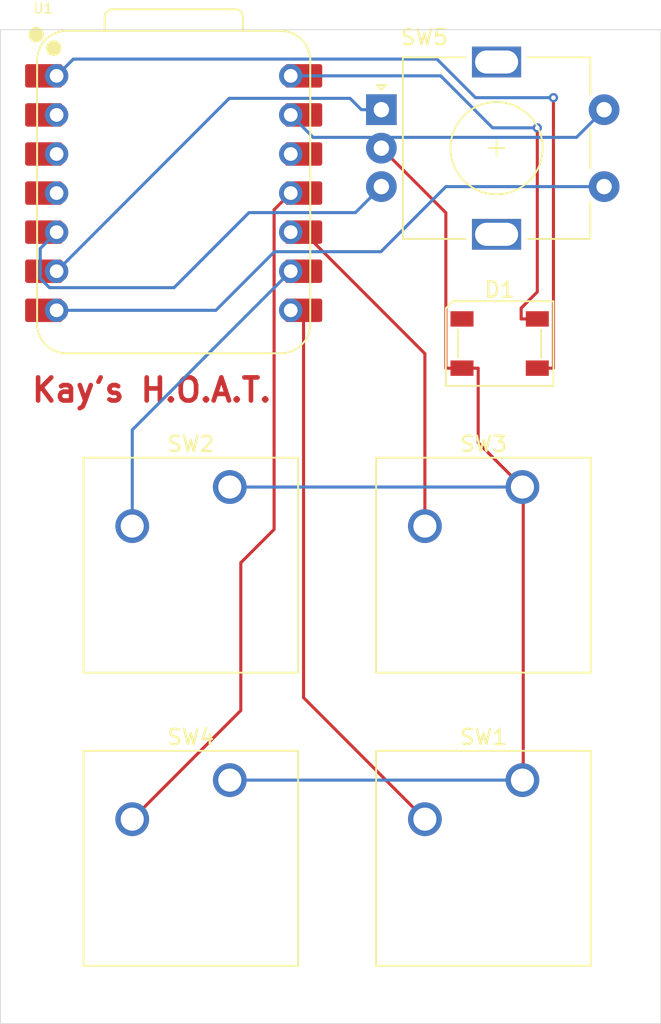
<source format=kicad_pcb>
(kicad_pcb (version 20240108) (generator "pcbnew") (generator_version "8.0")
  (layers (0 "F.Cu" signal) (31 "B.Cu" signal) (34 "B.Paste" user) (35 "F.Paste" user) (36 "B.SilkS" user "B.Silkscreen") (37 "F.SilkS" user "F.Silkscreen") (38 "B.Mask" user) (39 "F.Mask" user) (44 "Edge.Cuts" user))
  (net 0 "")
  (net 1 "+5V")
  (net 2 "GND")
  (net 3 "Net-(D1-VDD)")
  (net 4 "Net-(U1-GPIO1{slash}RX)")
  (net 5 "Net-(U1-GPIO2{slash}SCK)")
  (net 6 "Net-(U1-GPIO4{slash}MISO)")
  (net 7 "Net-(U1-GPIO3{slash}MOSI)")
  (net 8 "unconnected-(U1-3V3-Pad12)")
  (net 9 "Net-(U1-GPIO6{slash}SDA)")
  (net 10 "Net-(U1-GPIO0{slash}TX)")
  (net 11 "Net-(U1-GPIO7{slash}SCL)")
  (net 12 "unconnected-(U1-GPIO28{slash}ADC2{slash}A2-Pad3)")
  (net 13 "unconnected-(U1-GPIO27{slash}ADC1{slash}A1-Pad2)")
  (net 14 "unconnected-(U1-GPIO29{slash}ADC3{slash}A3-Pad4)")
  (footprint "LED_SMD:LED_SK6812_PLCC4_5.0x5.0mm_P3.2mm" (layer "F.Cu") (at 122.5 111.8)
    (property "Reference" "D1" (at 0 -3.5 0) (layer "F.SilkS"))
    (property "Value" "SK6812")
    (fp_line (start -3.5 -2.3) (end -3.5 2.75) (stroke (width 0.12)) (layer "F.SilkS"))
    (fp_line (start -3.05 -2.75) (end -3.5 -2.3) (stroke (width 0.12)) (layer "F.SilkS"))
    (fp_line (start -2.7 -0.9) (end -2.7 0.9) (stroke (width 0.12)) (layer "F.SilkS"))
    (fp_line (start 2.7 -0.9) (end 2.7 0.9) (stroke (width 0.12)) (layer "F.SilkS"))
    (fp_line (start 3.5 -2.75) (end -3.05 -2.75) (stroke (width 0.12)) (layer "F.SilkS"))
    (fp_line (start 3.5 2.75) (end -3.5 2.75) (stroke (width 0.12)) (layer "F.SilkS"))
    (fp_line (start 3.5 2.75) (end 3.5 -2.75) (stroke (width 0.12)) (layer "F.SilkS"))
    (pad "1" smd rect (at -2.45 -1.6 180) (size 1.5 1) (layers "F.Cu" "F.Paste" "F.Mask"))
    (pad "2" smd rect (at -2.45 1.6 180) (size 1.5 1) (layers "F.Cu" "F.Paste" "F.Mask") (net 2 "GND"))
    (pad "3" smd rect (at 2.45 1.6 180) (size 1.5 1) (layers "F.Cu" "F.Paste" "F.Mask") (net 3 "Net-(D1-VDD)"))
    (pad "4" smd rect (at 2.45 -1.6 180) (size 1.5 1) (layers "F.Cu" "F.Paste" "F.Mask") (net 1 "+5V"))
  )
  (footprint "Rotary_Encoder:RotaryEncoder_Alps_EC11E-Switch_Vertical_H20mm" (layer "F.Cu") (at 114.8 96.6)
    (property "Reference" "SW5" (at 2.8 -4.7 0) (layer "F.SilkS"))
    (property "Value" "RotaryEncoder_Switch")
    (fp_line (start -0.3 -1.6) (end 0.3 -1.6) (stroke (width 0.12)) (layer "F.SilkS"))
    (fp_line (start 0 -1.3) (end -0.3 -1.6) (stroke (width 0.12)) (layer "F.SilkS"))
    (fp_line (start 0.3 -1.6) (end 0 -1.3) (stroke (width 0.12)) (layer "F.SilkS"))
    (fp_line (start 1.4 -3.4) (end 1.4 8.4) (stroke (width 0.12)) (layer "F.SilkS"))
    (fp_line (start 5.5 -3.4) (end 1.4 -3.4) (stroke (width 0.12)) (layer "F.SilkS"))
    (fp_line (start 5.5 8.4) (end 1.4 8.4) (stroke (width 0.12)) (layer "F.SilkS"))
    (fp_line (start 7 2.5) (end 8 2.5) (stroke (width 0.12)) (layer "F.SilkS"))
    (fp_line (start 7.5 2) (end 7.5 3) (stroke (width 0.12)) (layer "F.SilkS"))
    (fp_line (start 9.5 -3.4) (end 13.6 -3.4) (stroke (width 0.12)) (layer "F.SilkS"))
    (fp_line (start 13.6 -3.4) (end 13.6 -1) (stroke (width 0.12)) (layer "F.SilkS"))
    (fp_line (start 13.6 1.2) (end 13.6 3.8) (stroke (width 0.12)) (layer "F.SilkS"))
    (fp_line (start 13.6 6) (end 13.6 8.4) (stroke (width 0.12)) (layer "F.SilkS"))
    (fp_line (start 13.6 8.4) (end 9.5 8.4) (stroke (width 0.12)) (layer "F.SilkS"))
    (fp_circle (center 7.5 2.5) (end 10.5 2.5) (stroke (width 0.12)) (fill none) (layer "F.SilkS"))
    (pad "A" thru_hole rect (at 0 0) (size 2 2) (drill 1) (layers "*.Cu" "*.Mask") (net 11 "Net-(U1-GPIO7{slash}SCL)"))
    (pad "B" thru_hole circle (at 0 5) (size 2 2) (drill 1) (layers "*.Cu" "*.Mask") (net 9 "Net-(U1-GPIO6{slash}SDA)"))
    (pad "C" thru_hole circle (at 0 2.5) (size 2 2) (drill 1) (layers "*.Cu" "*.Mask") (net 2 "GND"))
    (pad "MP" thru_hole rect (at 7.5 -3.1) (size 3.2 2) (drill oval 2.8 1.5) (layers "*.Cu" "*.Mask"))
    (pad "MP" thru_hole rect (at 7.5 8.1) (size 3.2 2) (drill oval 2.8 1.5) (layers "*.Cu" "*.Mask"))
    (pad "S1" thru_hole circle (at 14.5 5) (size 2 2) (drill 1) (layers "*.Cu" "*.Mask") (net 10 "Net-(U1-GPIO0{slash}TX)"))
    (pad "S2" thru_hole circle (at 14.5 0) (size 2 2) (drill 1) (layers "*.Cu" "*.Mask") (net 2 "GND"))
  )
  (footprint "Button_Switch_Keyboard:SW_Cherry_MX_1.00u_PCB" (layer "F.Cu") (at 123.9838 140.1762)
    (property "Reference" "SW1" (at -2.54 -2.794 0) (layer "F.SilkS"))
    (property "Value" "SW_Push")
    (fp_line (start -9.525 -1.905) (end 4.445 -1.905) (stroke (width 0.12)) (layer "F.SilkS"))
    (fp_line (start -9.525 12.065) (end -9.525 -1.905) (stroke (width 0.12)) (layer "F.SilkS"))
    (fp_line (start 4.445 -1.905) (end 4.445 12.065) (stroke (width 0.12)) (layer "F.SilkS"))
    (fp_line (start 4.445 12.065) (end -9.525 12.065) (stroke (width 0.12)) (layer "F.SilkS"))
    (pad "" np_thru_hole circle (at -7.62 5.08) (size 1.7 1.7) (drill 1.7) (layers "*.Cu" "*.Mask"))
    (pad "" np_thru_hole circle (at -2.54 5.08) (size 4 4) (drill 4) (layers "*.Cu" "*.Mask"))
    (pad "" np_thru_hole circle (at 2.54 5.08) (size 1.7 1.7) (drill 1.7) (layers "*.Cu" "*.Mask"))
    (pad "1" thru_hole circle (at 0 0) (size 2.2 2.2) (drill 1.5) (layers "*.Cu" "*.Mask") (net 2 "GND"))
    (pad "2" thru_hole circle (at -6.35 2.54) (size 2.2 2.2) (drill 1.5) (layers "*.Cu" "*.Mask") (net 4 "Net-(U1-GPIO1{slash}RX)"))
  )
  (footprint "OPL:XIAO-RP2040-DIP" (layer "F.Cu") (at 101.28 102.02)
    (property "Reference" "U1" (at -8.5 -12 0) (layer "F.SilkS") (effects (font (size 0.635 0.635) (thickness 0.1016))))
    (property "Value" "XIAO-RP2040-DIP")
    (fp_line (start -8.89 8.509) (end -8.89 -8.636) (stroke (width 0.127)) (layer "F.SilkS"))
    (fp_line (start -6.985 10.414) (end 6.985 10.414) (stroke (width 0.127)) (layer "F.SilkS"))
    (fp_line (start -4.495 -10.541) (end -4.491272 -11.451272) (stroke (width 0.127)) (layer "F.SilkS"))
    (fp_line (start -3.991272 -11.951) (end 4.004 -11.951) (stroke (width 0.127)) (layer "F.SilkS"))
    (fp_line (start 4.504 -11.451) (end 4.504 -10.541) (stroke (width 0.127)) (layer "F.SilkS"))
    (fp_line (start 6.985 -10.541) (end -6.985 -10.541) (stroke (width 0.1)) (layer "F.SilkS"))
    (fp_line (start 6.985 -10.541) (end -6.985 -10.541) (stroke (width 0.127)) (layer "F.SilkS"))
    (fp_line (start 8.89 8.509) (end 8.89 -8.636) (stroke (width 0.127)) (layer "F.SilkS"))
    (fp_arc (start -8.89 -8.636) (mid -8.332038 -9.983038) (end -6.985 -10.541) (stroke (width 0.127)) (layer "F.SilkS"))
    (fp_arc (start -6.985 10.414) (mid -8.332038 9.856038) (end -8.89 8.509) (stroke (width 0.127)) (layer "F.SilkS"))
    (fp_arc (start -4.491272 -11.451272) (mid -4.344724 -11.804644) (end -3.991272 -11.951) (stroke (width 0.127)) (layer "F.SilkS"))
    (fp_arc (start 4.004 -11.951) (mid 4.357553 -11.804553) (end 4.504 -11.451) (stroke (width 0.127)) (layer "F.SilkS"))
    (fp_arc (start 6.985 -10.541) (mid 8.332038 -9.983038) (end 8.89 -8.636) (stroke (width 0.127)) (layer "F.SilkS"))
    (fp_arc (start 8.89 8.509) (mid 8.332038 9.856038) (end 6.985 10.414) (stroke (width 0.127)) (layer "F.SilkS"))
    (fp_circle (center -8.95 -10.3) (end -8.95 -10.554) (stroke (width 0.5)) (fill solid) (layer "F.SilkS"))
    (fp_circle (center -7.807 -9.42) (end -7.807 -9.674) (stroke (width 0.5)) (fill solid) (layer "F.SilkS"))
    (pad "1" smd roundrect (at -8.455 -7.62 180) (size 2.432 1.524) (layers "F.Cu" "F.Mask") (roundrect_rratio 0.1) (net 3 "Net-(D1-VDD)"))
    (pad "1" thru_hole circle (at -7.62 -7.62 180) (size 1.524 1.524) (drill 0.889) (layers "*.Cu" "*.Mask") (net 3 "Net-(D1-VDD)"))
    (pad "2" smd roundrect (at -8.455 -5.08 180) (size 2.432 1.524) (layers "F.Cu" "F.Mask") (roundrect_rratio 0.1) (net 13 "unconnected-(U1-GPIO27{slash}ADC1{slash}A1-Pad2)"))
    (pad "2" thru_hole circle (at -7.62 -5.08 180) (size 1.524 1.524) (drill 0.889) (layers "*.Cu" "*.Mask") (net 13 "unconnected-(U1-GPIO27{slash}ADC1{slash}A1-Pad2)"))
    (pad "3" smd roundrect (at -8.455 -2.54 180) (size 2.432 1.524) (layers "F.Cu" "F.Mask") (roundrect_rratio 0.1) (net 12 "unconnected-(U1-GPIO28{slash}ADC2{slash}A2-Pad3)"))
    (pad "3" thru_hole circle (at -7.62 -2.54 180) (size 1.524 1.524) (drill 0.889) (layers "*.Cu" "*.Mask") (net 12 "unconnected-(U1-GPIO28{slash}ADC2{slash}A2-Pad3)"))
    (pad "4" smd roundrect (at -8.455 0 180) (size 2.432 1.524) (layers "F.Cu" "F.Mask") (roundrect_rratio 0.1) (net 14 "unconnected-(U1-GPIO29{slash}ADC3{slash}A3-Pad4)"))
    (pad "4" thru_hole circle (at -7.62 0 180) (size 1.524 1.524) (drill 0.889) (layers "*.Cu" "*.Mask") (net 14 "unconnected-(U1-GPIO29{slash}ADC3{slash}A3-Pad4)"))
    (pad "5" smd roundrect (at -8.455 2.54 180) (size 2.432 1.524) (layers "F.Cu" "F.Mask") (roundrect_rratio 0.1) (net 9 "Net-(U1-GPIO6{slash}SDA)"))
    (pad "5" thru_hole circle (at -7.62 2.54 180) (size 1.524 1.524) (drill 0.889) (layers "*.Cu" "*.Mask") (net 9 "Net-(U1-GPIO6{slash}SDA)"))
    (pad "6" smd roundrect (at -8.455 5.08 180) (size 2.432 1.524) (layers "F.Cu" "F.Mask") (roundrect_rratio 0.1) (net 11 "Net-(U1-GPIO7{slash}SCL)"))
    (pad "6" thru_hole circle (at -7.62 5.08 180) (size 1.524 1.524) (drill 0.889) (layers "*.Cu" "*.Mask") (net 11 "Net-(U1-GPIO7{slash}SCL)"))
    (pad "7" smd roundrect (at -8.455 7.62 180) (size 2.432 1.524) (layers "F.Cu" "F.Mask") (roundrect_rratio 0.1) (net 10 "Net-(U1-GPIO0{slash}TX)"))
    (pad "7" thru_hole circle (at -7.62 7.62 180) (size 1.524 1.524) (drill 0.889) (layers "*.Cu" "*.Mask") (net 10 "Net-(U1-GPIO0{slash}TX)"))
    (pad "8" thru_hole circle (at 7.62 7.62) (size 1.524 1.524) (drill 0.889) (layers "*.Cu" "*.Mask") (net 4 "Net-(U1-GPIO1{slash}RX)"))
    (pad "8" smd roundrect (at 8.455 7.62) (size 2.432 1.524) (layers "F.Cu" "F.Mask") (roundrect_rratio 0.1) (net 4 "Net-(U1-GPIO1{slash}RX)"))
    (pad "9" thru_hole circle (at 7.62 5.08) (size 1.524 1.524) (drill 0.889) (layers "*.Cu" "*.Mask") (net 5 "Net-(U1-GPIO2{slash}SCK)"))
    (pad "9" smd roundrect (at 8.455 5.08) (size 2.432 1.524) (layers "F.Cu" "F.Mask") (roundrect_rratio 0.1) (net 5 "Net-(U1-GPIO2{slash}SCK)"))
    (pad "10" thru_hole circle (at 7.62 2.54) (size 1.524 1.524) (drill 0.889) (layers "*.Cu" "*.Mask") (net 6 "Net-(U1-GPIO4{slash}MISO)"))
    (pad "10" smd roundrect (at 8.455 2.54) (size 2.432 1.524) (layers "F.Cu" "F.Mask") (roundrect_rratio 0.1) (net 6 "Net-(U1-GPIO4{slash}MISO)"))
    (pad "11" thru_hole circle (at 7.62 0) (size 1.524 1.524) (drill 0.889) (layers "*.Cu" "*.Mask") (net 7 "Net-(U1-GPIO3{slash}MOSI)"))
    (pad "11" smd roundrect (at 8.455 0) (size 2.432 1.524) (layers "F.Cu" "F.Mask") (roundrect_rratio 0.1) (net 7 "Net-(U1-GPIO3{slash}MOSI)"))
    (pad "12" thru_hole circle (at 7.62 -2.54) (size 1.524 1.524) (drill 0.889) (layers "*.Cu" "*.Mask") (net 8 "unconnected-(U1-3V3-Pad12)"))
    (pad "12" smd roundrect (at 8.455 -2.54) (size 2.432 1.524) (layers "F.Cu" "F.Mask") (roundrect_rratio 0.1) (net 8 "unconnected-(U1-3V3-Pad12)"))
    (pad "13" thru_hole circle (at 7.62 -5.08) (size 1.524 1.524) (drill 0.889) (layers "*.Cu" "*.Mask") (net 2 "GND"))
    (pad "13" smd roundrect (at 8.455 -5.08) (size 2.432 1.524) (layers "F.Cu" "F.Mask") (roundrect_rratio 0.1) (net 2 "GND"))
    (pad "14" thru_hole circle (at 7.62 -7.62) (size 1.524 1.524) (drill 0.889) (layers "*.Cu" "*.Mask") (net 1 "+5V"))
    (pad "14" smd roundrect (at 8.455 -7.62) (size 2.432 1.524) (layers "F.Cu" "F.Mask") (roundrect_rratio 0.1) (net 1 "+5V"))
  )
  (footprint "Button_Switch_Keyboard:SW_Cherry_MX_1.00u_PCB" (layer "F.Cu") (at 123.9838 121.1262)
    (property "Reference" "SW3" (at -2.54 -2.794 0) (layer "F.SilkS"))
    (property "Value" "SW_Push")
    (fp_line (start -9.525 -1.905) (end 4.445 -1.905) (stroke (width 0.12)) (layer "F.SilkS"))
    (fp_line (start -9.525 12.065) (end -9.525 -1.905) (stroke (width 0.12)) (layer "F.SilkS"))
    (fp_line (start 4.445 -1.905) (end 4.445 12.065) (stroke (width 0.12)) (layer "F.SilkS"))
    (fp_line (start 4.445 12.065) (end -9.525 12.065) (stroke (width 0.12)) (layer "F.SilkS"))
    (pad "" np_thru_hole circle (at -7.62 5.08) (size 1.7 1.7) (drill 1.7) (layers "*.Cu" "*.Mask"))
    (pad "" np_thru_hole circle (at -2.54 5.08) (size 4 4) (drill 4) (layers "*.Cu" "*.Mask"))
    (pad "" np_thru_hole circle (at 2.54 5.08) (size 1.7 1.7) (drill 1.7) (layers "*.Cu" "*.Mask"))
    (pad "1" thru_hole circle (at 0 0) (size 2.2 2.2) (drill 1.5) (layers "*.Cu" "*.Mask") (net 2 "GND"))
    (pad "2" thru_hole circle (at -6.35 2.54) (size 2.2 2.2) (drill 1.5) (layers "*.Cu" "*.Mask") (net 6 "Net-(U1-GPIO4{slash}MISO)"))
  )
  (footprint "Button_Switch_Keyboard:SW_Cherry_MX_1.00u_PCB" (layer "F.Cu") (at 104.9338 121.1262)
    (property "Reference" "SW2" (at -2.54 -2.794 0) (layer "F.SilkS"))
    (property "Value" "SW_Push")
    (fp_line (start -9.525 -1.905) (end 4.445 -1.905) (stroke (width 0.12)) (layer "F.SilkS"))
    (fp_line (start -9.525 12.065) (end -9.525 -1.905) (stroke (width 0.12)) (layer "F.SilkS"))
    (fp_line (start 4.445 -1.905) (end 4.445 12.065) (stroke (width 0.12)) (layer "F.SilkS"))
    (fp_line (start 4.445 12.065) (end -9.525 12.065) (stroke (width 0.12)) (layer "F.SilkS"))
    (pad "" np_thru_hole circle (at -7.62 5.08) (size 1.7 1.7) (drill 1.7) (layers "*.Cu" "*.Mask"))
    (pad "" np_thru_hole circle (at -2.54 5.08) (size 4 4) (drill 4) (layers "*.Cu" "*.Mask"))
    (pad "" np_thru_hole circle (at 2.54 5.08) (size 1.7 1.7) (drill 1.7) (layers "*.Cu" "*.Mask"))
    (pad "1" thru_hole circle (at 0 0) (size 2.2 2.2) (drill 1.5) (layers "*.Cu" "*.Mask") (net 2 "GND"))
    (pad "2" thru_hole circle (at -6.35 2.54) (size 2.2 2.2) (drill 1.5) (layers "*.Cu" "*.Mask") (net 5 "Net-(U1-GPIO2{slash}SCK)"))
  )
  (footprint "Button_Switch_Keyboard:SW_Cherry_MX_1.00u_PCB" (layer "F.Cu") (at 104.9338 140.1762)
    (property "Reference" "SW4" (at -2.54 -2.794 0) (layer "F.SilkS"))
    (property "Value" "SW_Push")
    (fp_line (start -9.525 -1.905) (end 4.445 -1.905) (stroke (width 0.12)) (layer "F.SilkS"))
    (fp_line (start -9.525 12.065) (end -9.525 -1.905) (stroke (width 0.12)) (layer "F.SilkS"))
    (fp_line (start 4.445 -1.905) (end 4.445 12.065) (stroke (width 0.12)) (layer "F.SilkS"))
    (fp_line (start 4.445 12.065) (end -9.525 12.065) (stroke (width 0.12)) (layer "F.SilkS"))
    (pad "" np_thru_hole circle (at -7.62 5.08) (size 1.7 1.7) (drill 1.7) (layers "*.Cu" "*.Mask"))
    (pad "" np_thru_hole circle (at -2.54 5.08) (size 4 4) (drill 4) (layers "*.Cu" "*.Mask"))
    (pad "" np_thru_hole circle (at 2.54 5.08) (size 1.7 1.7) (drill 1.7) (layers "*.Cu" "*.Mask"))
    (pad "1" thru_hole circle (at 0 0) (size 2.2 2.2) (drill 1.5) (layers "*.Cu" "*.Mask") (net 2 "GND"))
    (pad "2" thru_hole circle (at -6.35 2.54) (size 2.2 2.2) (drill 1.5) (layers "*.Cu" "*.Mask") (net 7 "Net-(U1-GPIO3{slash}MOSI)"))
  )
  (gr_rect (start 90 91.4) (end 133 156) (stroke (width 0.05)) (fill none) (layer "Edge.Cuts"))
  (gr_text "Kay's H.O.A.T." (at 91.9 115.7 0) (layer "F.Cu") (effects (font (size 1.5 1.5) (thickness 0.3) (bold yes)) (justify left bottom)))
  (segment (start 124.95 108.4469) (end 124.95 97.78) (width 0.2) (layer "F.Cu") (net 1))
  (segment (start 124.95 110.2) (end 123.8983 110.2) (width 0.2) (layer "F.Cu") (net 1))
  (segment (start 123.8983 109.4986) (end 124.95 108.4469) (width 0.2) (layer "F.Cu") (net 1))
  (segment (start 123.8983 110.2) (end 123.8983 109.4986) (width 0.2) (layer "F.Cu") (net 1))
  (segment (start 109.735 94.4) (end 108.9 94.4) (width 0.2) (layer "F.Cu") (net 1))
  (via (at 124.95 97.78) (size 0.6) (drill 0.3) (layers "F.Cu" "B.Cu") (net 1))
  (segment (start 118.661 94.4) (end 122.041 97.78) (width 0.2) (layer "B.Cu") (net 1))
  (segment (start 108.9 94.4) (end 118.661 94.4) (width 0.2) (layer "B.Cu") (net 1))
  (segment (start 122.041 97.78) (end 124.95 97.78) (width 0.2) (layer "B.Cu") (net 1))
  (segment (start 123.9838 121.1262) (end 121.1017 118.2441) (width 0.2) (layer "F.Cu") (net 2))
  (segment (start 123.9838 140.1762) (end 124.0346 140.1254) (width 0.2) (layer "F.Cu") (net 2))
  (segment (start 124.0346 140.1254) (end 124.0346 121.177) (width 0.2) (layer "F.Cu") (net 2))
  (segment (start 114.8 99.1) (end 118.9983 103.2983) (width 0.2) (layer "F.Cu") (net 2))
  (segment (start 124.0346 121.177) (end 123.9838 121.1262) (width 0.2) (layer "F.Cu") (net 2))
  (segment (start 121.1017 118.2441) (end 121.1017 113.4) (width 0.2) (layer "F.Cu") (net 2))
  (segment (start 120.05 113.4) (end 118.9983 113.4) (width 0.2) (layer "F.Cu") (net 2))
  (segment (start 118.9983 103.2983) (end 118.9983 113.4) (width 0.2) (layer "F.Cu") (net 2))
  (segment (start 109.735 96.94) (end 108.9 96.94) (width 0.2) (layer "F.Cu") (net 2))
  (segment (start 120.05 113.4) (end 121.1017 113.4) (width 0.2) (layer "F.Cu") (net 2))
  (segment (start 110.36 98.4) (end 114.8 98.4) (width 0.2) (layer "B.Cu") (net 2))
  (segment (start 114.8 98.4) (end 127.5 98.4) (width 0.2) (layer "B.Cu") (net 2))
  (segment (start 108.9 96.94) (end 110.36 98.4) (width 0.2) (layer "B.Cu") (net 2))
  (segment (start 127.5 98.4) (end 129.3 96.6) (width 0.2) (layer "B.Cu") (net 2))
  (segment (start 104.9338 140.1762) (end 123.9838 140.1762) (width 0.2) (layer "B.Cu") (net 2))
  (segment (start 104.9338 121.1262) (end 123.9838 121.1262) (width 0.2) (layer "B.Cu") (net 2))
  (segment (start 114.8 98.4) (end 114.8 99.1) (width 0.2) (layer "B.Cu") (net 2))
  (segment (start 124.95 113.4) (end 126.0017 113.4) (width 0.2) (layer "F.Cu") (net 3))
  (segment (start 93.66 94.4) (end 92.825 94.4) (width 0.2) (layer "F.Cu") (net 3))
  (segment (start 126.0017 95.8189) (end 126.0017 113.4) (width 0.2) (layer "F.Cu") (net 3))
  (via (at 126.0017 95.8189) (size 0.6) (drill 0.3) (layers "F.Cu" "B.Cu") (net 3))
  (segment (start 118.4165 93.3102) (end 120.9252 95.8189) (width 0.2) (layer "B.Cu") (net 3))
  (segment (start 120.9252 95.8189) (end 126.0017 95.8189) (width 0.2) (layer "B.Cu") (net 3))
  (segment (start 93.66 94.4) (end 94.7498 93.3102) (width 0.2) (layer "B.Cu") (net 3))
  (segment (start 94.7498 93.3102) (end 118.4165 93.3102) (width 0.2) (layer "B.Cu") (net 3))
  (segment (start 109.735 109.64) (end 109.735 134.8174) (width 0.2) (layer "F.Cu") (net 4))
  (segment (start 109.735 109.64) (end 108.9 109.64) (width 0.2) (layer "F.Cu") (net 4))
  (segment (start 109.735 134.8174) (end 117.6338 142.7162) (width 0.2) (layer "F.Cu") (net 4))
  (segment (start 109.735 107.1) (end 108.9 107.1) (width 0.2) (layer "F.Cu") (net 5))
  (segment (start 98.5838 117.4162) (end 98.5838 123.6662) (width 0.2) (layer "B.Cu") (net 5))
  (segment (start 108.9 107.1) (end 98.5838 117.4162) (width 0.2) (layer "B.Cu") (net 5))
  (segment (start 109.735 104.56) (end 117.6338 112.4588) (width 0.2) (layer "F.Cu") (net 6))
  (segment (start 117.6338 112.4588) (end 117.6338 123.6662) (width 0.2) (layer "F.Cu") (net 6))
  (segment (start 108.9 104.56) (end 109.735 104.56) (width 0.2) (layer "F.Cu") (net 6))
  (segment (start 107.8173 103.1027) (end 107.8173 123.8804) (width 0.2) (layer "F.Cu") (net 7))
  (segment (start 107.8173 123.8804) (end 105.6504 126.0473) (width 0.2) (layer "F.Cu") (net 7))
  (segment (start 105.6504 126.0473) (end 105.6504 135.6496) (width 0.2) (layer "F.Cu") (net 7))
  (segment (start 109.735 102.02) (end 108.9 102.02) (width 0.2) (layer "F.Cu") (net 7))
  (segment (start 108.9 102.02) (end 107.8173 103.1027) (width 0.2) (layer "F.Cu") (net 7))
  (segment (start 105.6504 135.6496) (end 98.5838 142.7162) (width 0.2) (layer "F.Cu") (net 7))
  (segment (start 109.735 99.48) (end 108.9 99.48) (width 0.2) (layer "F.Cu") (net 8))
  (segment (start 93.66 104.56) (end 92.825 104.56) (width 0.2) (layer "F.Cu") (net 9))
  (segment (start 106.1831 103.29) (end 101.3057 108.1674) (width 0.2) (layer "B.Cu") (net 9))
  (segment (start 92.5937 107.5655) (end 92.5937 105.6263) (width 0.2) (layer "B.Cu") (net 9))
  (segment (start 114.8 101.6) (end 113.11 103.29) (width 0.2) (layer "B.Cu") (net 9))
  (segment (start 93.1956 108.1674) (end 92.5937 107.5655) (width 0.2) (layer "B.Cu") (net 9))
  (segment (start 113.11 103.29) (end 106.1831 103.29) (width 0.2) (layer "B.Cu") (net 9))
  (segment (start 92.5937 105.6263) (end 93.66 104.56) (width 0.2) (layer "B.Cu") (net 9))
  (segment (start 101.3057 108.1674) (end 93.1956 108.1674) (width 0.2) (layer "B.Cu") (net 9))
  (segment (start 93.66 109.64) (end 92.825 109.64) (width 0.2) (layer "F.Cu") (net 10))
  (segment (start 119.0004 101.6) (end 114.7704 105.83) (width 0.2) (layer "B.Cu") (net 10))
  (segment (start 104.0278 109.64) (end 93.66 109.64) (width 0.2) (layer "B.Cu") (net 10))
  (segment (start 129.3 101.6) (end 119.0004 101.6) (width 0.2) (layer "B.Cu") (net 10))
  (segment (start 114.7704 105.83) (end 107.8378 105.83) (width 0.2) (layer "B.Cu") (net 10))
  (segment (start 107.8378 105.83) (end 104.0278 109.64) (width 0.2) (layer "B.Cu") (net 10))
  (segment (start 93.66 107.1) (end 92.825 107.1) (width 0.2) (layer "F.Cu") (net 11))
  (segment (start 112.7616 95.8633) (end 113.4983 96.6) (width 0.2) (layer "B.Cu") (net 11))
  (segment (start 104.8967 95.8633) (end 112.7616 95.8633) (width 0.2) (layer "B.Cu") (net 11))
  (segment (start 93.66 107.1) (end 104.8967 95.8633) (width 0.2) (layer "B.Cu") (net 11))
  (segment (start 114.8 96.6) (end 113.4983 96.6) (width 0.2) (layer "B.Cu") (net 11))
  (segment (start 93.66 99.48) (end 92.825 99.48) (width 0.2) (layer "F.Cu") (net 12))
  (segment (start 93.66 96.94) (end 92.825 96.94) (width 0.2) (layer "F.Cu") (net 13))
  (segment (start 93.66 102.02) (end 92.825 102.02) (width 0.2) (layer "F.Cu") (net 14))
)
</source>
